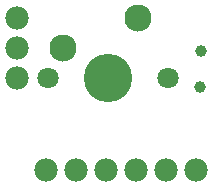
<source format=gbr>
%TF.GenerationSoftware,KiCad,Pcbnew,(5.1.6)-1*%
%TF.CreationDate,2020-09-22T19:12:10+02:00*%
%TF.ProjectId,Uno,556e6f2e-6b69-4636-9164-5f7063625858,rev?*%
%TF.SameCoordinates,Original*%
%TF.FileFunction,Soldermask,Bot*%
%TF.FilePolarity,Negative*%
%FSLAX46Y46*%
G04 Gerber Fmt 4.6, Leading zero omitted, Abs format (unit mm)*
G04 Created by KiCad (PCBNEW (5.1.6)-1) date 2020-09-22 19:12:10*
%MOMM*%
%LPD*%
G01*
G04 APERTURE LIST*
%ADD10C,1.000000*%
%ADD11C,1.979600*%
%ADD12C,1.800000*%
%ADD13C,4.100000*%
%ADD14C,2.300000*%
G04 APERTURE END LIST*
D10*
%TO.C,SW1*%
X48650000Y-87750000D03*
X48600000Y-90750000D03*
%TD*%
D11*
%TO.C,U1*%
X33060000Y-84960000D03*
X33060000Y-87500000D03*
X33060000Y-90040000D03*
X48260000Y-97790000D03*
X45720000Y-97790000D03*
X43180000Y-97790000D03*
X40640000Y-97790000D03*
X38100000Y-97790000D03*
X35560000Y-97790000D03*
%TD*%
D12*
%TO.C,Maludo Uno*%
X45840000Y-90030000D03*
X35680000Y-90030000D03*
D13*
X40760000Y-90030000D03*
D14*
X36950000Y-87490000D03*
X43300000Y-84950000D03*
%TD*%
M02*

</source>
